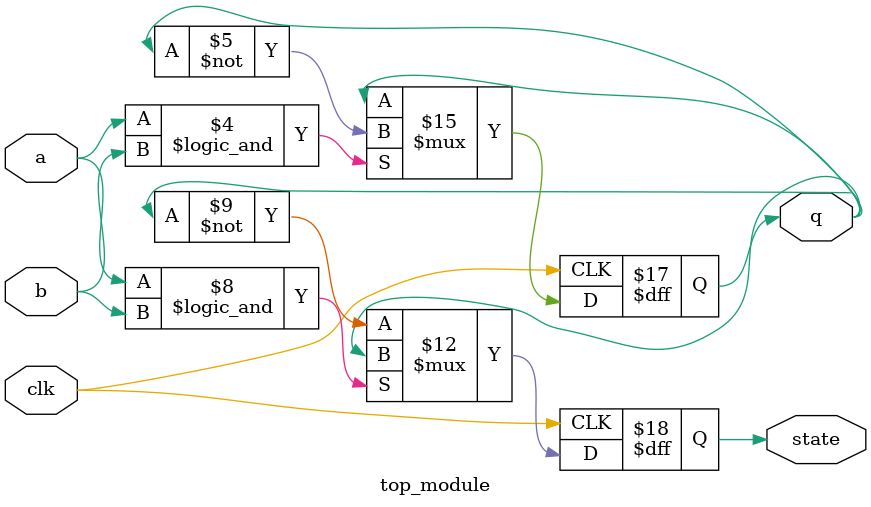
<source format=sv>
module top_module (
    input clk,
    input a,
    input b,
    output reg q,
    output reg state
);

    always @(posedge clk) begin
        if (a == 1'b1 && b == 1'b1) begin
            q <= ~q;
        end else begin
            q <= q;
        end
        
        if (a == 1'b1 && b == 1'b1) begin
            state <= q;
        end else begin
            state <= ~q;
        end
    end

    initial begin
        q = 0;
        state = 0;
    end

endmodule

</source>
